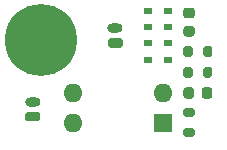
<source format=gbr>
%TF.GenerationSoftware,KiCad,Pcbnew,5.1.12-84ad8e8a86~92~ubuntu20.04.1*%
%TF.CreationDate,2021-11-26T18:46:47+01:00*%
%TF.ProjectId,doorbell-adapter,646f6f72-6265-46c6-9c2d-616461707465,rev?*%
%TF.SameCoordinates,Original*%
%TF.FileFunction,Soldermask,Top*%
%TF.FilePolarity,Negative*%
%FSLAX46Y46*%
G04 Gerber Fmt 4.6, Leading zero omitted, Abs format (unit mm)*
G04 Created by KiCad (PCBNEW 5.1.12-84ad8e8a86~92~ubuntu20.04.1) date 2021-11-26 18:46:47*
%MOMM*%
%LPD*%
G01*
G04 APERTURE LIST*
%ADD10R,0.700000X0.600000*%
%ADD11C,6.100000*%
%ADD12O,1.600000X1.600000*%
%ADD13R,1.600000X1.600000*%
%ADD14O,1.300000X0.800000*%
G04 APERTURE END LIST*
D10*
%TO.C,D4*%
X127750000Y-79450000D03*
X127750000Y-78050000D03*
%TD*%
D11*
%TO.C,H1*%
X117000000Y-80500000D03*
%TD*%
D12*
%TO.C,U1*%
X119630000Y-87500000D03*
X127250000Y-84960000D03*
X119630000Y-84960000D03*
D13*
X127250000Y-87500000D03*
%TD*%
%TO.C,R3*%
G36*
G01*
X130675000Y-83525000D02*
X130675000Y-82975000D01*
G75*
G02*
X130875000Y-82775000I200000J0D01*
G01*
X131275000Y-82775000D01*
G75*
G02*
X131475000Y-82975000I0J-200000D01*
G01*
X131475000Y-83525000D01*
G75*
G02*
X131275000Y-83725000I-200000J0D01*
G01*
X130875000Y-83725000D01*
G75*
G02*
X130675000Y-83525000I0J200000D01*
G01*
G37*
G36*
G01*
X129025000Y-83525000D02*
X129025000Y-82975000D01*
G75*
G02*
X129225000Y-82775000I200000J0D01*
G01*
X129625000Y-82775000D01*
G75*
G02*
X129825000Y-82975000I0J-200000D01*
G01*
X129825000Y-83525000D01*
G75*
G02*
X129625000Y-83725000I-200000J0D01*
G01*
X129225000Y-83725000D01*
G75*
G02*
X129025000Y-83525000I0J200000D01*
G01*
G37*
%TD*%
%TO.C,R2*%
G36*
G01*
X129225000Y-87925000D02*
X129775000Y-87925000D01*
G75*
G02*
X129975000Y-88125000I0J-200000D01*
G01*
X129975000Y-88525000D01*
G75*
G02*
X129775000Y-88725000I-200000J0D01*
G01*
X129225000Y-88725000D01*
G75*
G02*
X129025000Y-88525000I0J200000D01*
G01*
X129025000Y-88125000D01*
G75*
G02*
X129225000Y-87925000I200000J0D01*
G01*
G37*
G36*
G01*
X129225000Y-86275000D02*
X129775000Y-86275000D01*
G75*
G02*
X129975000Y-86475000I0J-200000D01*
G01*
X129975000Y-86875000D01*
G75*
G02*
X129775000Y-87075000I-200000J0D01*
G01*
X129225000Y-87075000D01*
G75*
G02*
X129025000Y-86875000I0J200000D01*
G01*
X129025000Y-86475000D01*
G75*
G02*
X129225000Y-86275000I200000J0D01*
G01*
G37*
%TD*%
%TO.C,R1*%
G36*
G01*
X129825000Y-81225000D02*
X129825000Y-81775000D01*
G75*
G02*
X129625000Y-81975000I-200000J0D01*
G01*
X129225000Y-81975000D01*
G75*
G02*
X129025000Y-81775000I0J200000D01*
G01*
X129025000Y-81225000D01*
G75*
G02*
X129225000Y-81025000I200000J0D01*
G01*
X129625000Y-81025000D01*
G75*
G02*
X129825000Y-81225000I0J-200000D01*
G01*
G37*
G36*
G01*
X131475000Y-81225000D02*
X131475000Y-81775000D01*
G75*
G02*
X131275000Y-81975000I-200000J0D01*
G01*
X130875000Y-81975000D01*
G75*
G02*
X130675000Y-81775000I0J200000D01*
G01*
X130675000Y-81225000D01*
G75*
G02*
X130875000Y-81025000I200000J0D01*
G01*
X131275000Y-81025000D01*
G75*
G02*
X131475000Y-81225000I0J-200000D01*
G01*
G37*
%TD*%
D14*
%TO.C,J_ESP1*%
X116250000Y-85750000D03*
G36*
G01*
X116700000Y-87400000D02*
X115800000Y-87400000D01*
G75*
G02*
X115600000Y-87200000I0J200000D01*
G01*
X115600000Y-86800000D01*
G75*
G02*
X115800000Y-86600000I200000J0D01*
G01*
X116700000Y-86600000D01*
G75*
G02*
X116900000Y-86800000I0J-200000D01*
G01*
X116900000Y-87200000D01*
G75*
G02*
X116700000Y-87400000I-200000J0D01*
G01*
G37*
%TD*%
%TO.C,J_Bell1*%
X123250000Y-79500000D03*
G36*
G01*
X123700000Y-81150000D02*
X122800000Y-81150000D01*
G75*
G02*
X122600000Y-80950000I0J200000D01*
G01*
X122600000Y-80550000D01*
G75*
G02*
X122800000Y-80350000I200000J0D01*
G01*
X123700000Y-80350000D01*
G75*
G02*
X123900000Y-80550000I0J-200000D01*
G01*
X123900000Y-80950000D01*
G75*
G02*
X123700000Y-81150000I-200000J0D01*
G01*
G37*
%TD*%
D10*
%TO.C,D3*%
X126000000Y-79450000D03*
X126000000Y-78050000D03*
%TD*%
%TO.C,D2*%
X127750000Y-82200000D03*
X127750000Y-80800000D03*
%TD*%
%TO.C,D1*%
X126000000Y-82200000D03*
X126000000Y-80800000D03*
%TD*%
%TO.C,C2*%
G36*
G01*
X130575000Y-85250000D02*
X130575000Y-84750000D01*
G75*
G02*
X130800000Y-84525000I225000J0D01*
G01*
X131250000Y-84525000D01*
G75*
G02*
X131475000Y-84750000I0J-225000D01*
G01*
X131475000Y-85250000D01*
G75*
G02*
X131250000Y-85475000I-225000J0D01*
G01*
X130800000Y-85475000D01*
G75*
G02*
X130575000Y-85250000I0J225000D01*
G01*
G37*
G36*
G01*
X129025000Y-85250000D02*
X129025000Y-84750000D01*
G75*
G02*
X129250000Y-84525000I225000J0D01*
G01*
X129700000Y-84525000D01*
G75*
G02*
X129925000Y-84750000I0J-225000D01*
G01*
X129925000Y-85250000D01*
G75*
G02*
X129700000Y-85475000I-225000J0D01*
G01*
X129250000Y-85475000D01*
G75*
G02*
X129025000Y-85250000I0J225000D01*
G01*
G37*
%TD*%
%TO.C,C1*%
G36*
G01*
X129750000Y-78675000D02*
X129250000Y-78675000D01*
G75*
G02*
X129025000Y-78450000I0J225000D01*
G01*
X129025000Y-78000000D01*
G75*
G02*
X129250000Y-77775000I225000J0D01*
G01*
X129750000Y-77775000D01*
G75*
G02*
X129975000Y-78000000I0J-225000D01*
G01*
X129975000Y-78450000D01*
G75*
G02*
X129750000Y-78675000I-225000J0D01*
G01*
G37*
G36*
G01*
X129750000Y-80225000D02*
X129250000Y-80225000D01*
G75*
G02*
X129025000Y-80000000I0J225000D01*
G01*
X129025000Y-79550000D01*
G75*
G02*
X129250000Y-79325000I225000J0D01*
G01*
X129750000Y-79325000D01*
G75*
G02*
X129975000Y-79550000I0J-225000D01*
G01*
X129975000Y-80000000D01*
G75*
G02*
X129750000Y-80225000I-225000J0D01*
G01*
G37*
%TD*%
M02*

</source>
